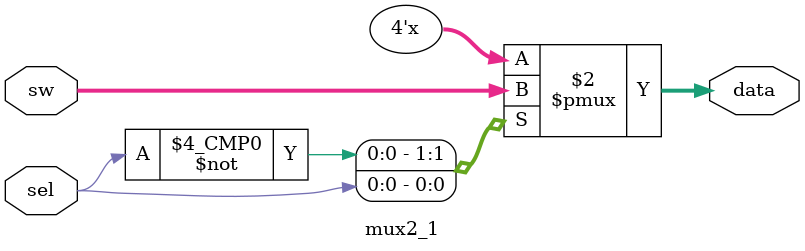
<source format=v>
module mux2_1(
    input [7:0] sw,
    input sel,
    output reg [3:0] data
);

always @(sw,sel)begin
    case (sel)
     1'b0 : data <= sw[7:4];
     1'b1 : data <= sw[3:0];
     default : data <= 4'b0000;
    endcase
end

endmodule
</source>
